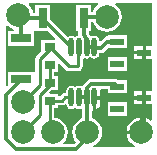
<source format=gtl>
%FSLAX25Y25*%
%MOIN*%
G70*
G01*
G75*
G04 Layer_Physical_Order=1*
G04 Layer_Color=255*
%ADD10R,0.04528X0.02362*%
%ADD11R,0.02953X0.06693*%
%ADD12O,0.01772X0.06299*%
%ADD13R,0.03543X0.02756*%
%ADD14R,0.06693X0.02953*%
%ADD15C,0.01400*%
%ADD16C,0.01000*%
%ADD17C,0.07874*%
G36*
X2479Y42979D02*
X3510Y42188D01*
X4547Y41758D01*
X4449Y41268D01*
X2654D01*
Y36315D01*
X11347D01*
Y41153D01*
X11732D01*
Y41154D01*
X15923D01*
X18284Y38793D01*
X18092Y38331D01*
X13728D01*
Y34709D01*
X12147Y33128D01*
X11815Y32632D01*
X11699Y32046D01*
Y27685D01*
X11346D01*
Y27685D01*
X2654D01*
Y23256D01*
X2238Y22978D01*
X2000Y23076D01*
Y42825D01*
X2473Y42986D01*
X2479Y42979D01*
D02*
G37*
G36*
X21673Y16922D02*
X22124Y16470D01*
X22168Y16251D01*
X22518Y15727D01*
X23043Y15376D01*
X23661Y15253D01*
X24280Y15376D01*
X24805Y15727D01*
X25077D01*
X25602Y15376D01*
X26221Y15253D01*
X26839Y15376D01*
X27267Y15148D01*
Y12126D01*
X26510Y11812D01*
X25479Y11021D01*
X24688Y9990D01*
X24190Y8789D01*
X24020Y7500D01*
X24190Y6211D01*
X24688Y5010D01*
X25185Y4362D01*
X24419Y3596D01*
X21293D01*
X21072Y4045D01*
X21813Y5010D01*
X22310Y6211D01*
X22480Y7500D01*
X22310Y8789D01*
X21813Y9990D01*
X21021Y11021D01*
X19990Y11812D01*
X18789Y12310D01*
X18029Y12410D01*
Y15669D01*
X19272D01*
Y16518D01*
X20547D01*
X21133Y16634D01*
X21605Y16950D01*
X21673Y16922D01*
D02*
G37*
G36*
X50500Y36181D02*
X48429D01*
Y34000D01*
Y31819D01*
X50500D01*
Y21181D01*
X48429D01*
Y19000D01*
Y16819D01*
X50500D01*
Y11603D01*
X50052Y11381D01*
X49490Y11812D01*
X48289Y12310D01*
X47500Y12414D01*
Y7500D01*
X47000D01*
Y7000D01*
X42086D01*
X42190Y6211D01*
X42687Y5010D01*
X43479Y3979D01*
X44510Y3187D01*
X44986Y2990D01*
X44889Y2500D01*
X31111D01*
X31014Y2990D01*
X31490Y3187D01*
X32521Y3979D01*
X33312Y5010D01*
X33810Y6211D01*
X33980Y7500D01*
X33810Y8789D01*
X33312Y9990D01*
X32521Y11021D01*
X31490Y11812D01*
X30733Y12126D01*
Y14674D01*
X30839Y14760D01*
Y19134D01*
X31339D01*
Y19634D01*
X33261D01*
Y21398D01*
X33228Y21564D01*
X33546Y21950D01*
X35807D01*
Y20559D01*
X42335D01*
Y24921D01*
X39335D01*
X38791Y25285D01*
X38128Y25417D01*
X30392D01*
X30392Y25417D01*
X29728Y25285D01*
X29166Y24909D01*
X27827Y23570D01*
X27451Y23008D01*
X27447Y22985D01*
X26985Y22794D01*
X26839Y22892D01*
X26221Y23015D01*
X25602Y22892D01*
X25077Y22541D01*
X24805D01*
X24280Y22892D01*
X23661Y23015D01*
X23043Y22892D01*
X22518Y22541D01*
X22168Y22016D01*
X22045Y21398D01*
Y20663D01*
X21634D01*
X21049Y20547D01*
X20552Y20215D01*
X19914Y19577D01*
X19272D01*
Y20425D01*
X16423D01*
X16232Y20887D01*
X16919Y21575D01*
X19272D01*
Y26331D01*
X18029D01*
Y27669D01*
X19272D01*
Y30365D01*
X19734Y30556D01*
X21871Y28419D01*
X21871D01*
X21871Y28418D01*
X21871Y28418D01*
Y28418D01*
X22367Y28087D01*
X22953Y27971D01*
X26000D01*
X26585Y28087D01*
X27081Y28419D01*
X27413Y28915D01*
X27529Y29500D01*
Y32000D01*
X27970Y32236D01*
X28161Y32109D01*
X28780Y31986D01*
X29398Y32109D01*
X29923Y32459D01*
X30195D01*
X30720Y32109D01*
X31339Y31986D01*
X31957Y32109D01*
X32482Y32459D01*
X32832Y32984D01*
X32956Y33602D01*
Y33767D01*
X33500D01*
X34163Y33899D01*
X34726Y34274D01*
X36010Y35559D01*
X42335D01*
Y39921D01*
X35807D01*
Y39474D01*
X35740D01*
X35077Y39342D01*
X34514Y38966D01*
X34514Y38966D01*
X33417Y37869D01*
X32956Y38060D01*
Y38130D01*
X32832Y38749D01*
X32482Y39273D01*
X31957Y39624D01*
X31339Y39747D01*
X30720Y39624D01*
X30574Y39526D01*
X30112Y39718D01*
X30108Y39740D01*
X29732Y40302D01*
X29525Y40510D01*
Y41154D01*
X30268D01*
Y44267D01*
X30874D01*
X31187Y43510D01*
X31979Y42479D01*
X33010Y41688D01*
X34211Y41190D01*
X35500Y41020D01*
X36789Y41190D01*
X37990Y41688D01*
X39021Y42479D01*
X39812Y43510D01*
X40310Y44711D01*
X40480Y46000D01*
X40310Y47289D01*
X39812Y48490D01*
X39021Y49521D01*
X38363Y50027D01*
X38523Y50500D01*
X50500D01*
Y36181D01*
D02*
G37*
G36*
X32638Y50027D02*
X31979Y49521D01*
X31187Y48490D01*
X30874Y47733D01*
X30268D01*
Y49846D01*
X25315D01*
Y41154D01*
X26058D01*
Y39792D01*
X26073Y39717D01*
X25602Y39624D01*
X25077Y39273D01*
X24805D01*
X24280Y39624D01*
X23661Y39747D01*
X23043Y39624D01*
X22630Y39348D01*
X16685Y45294D01*
Y49846D01*
X11732D01*
Y47233D01*
X10883D01*
X10810Y47789D01*
X10312Y48990D01*
X9521Y50021D01*
X9514Y50027D01*
X9675Y50500D01*
X32477D01*
X32638Y50027D01*
D02*
G37*
%LPC*%
G36*
X33261Y18634D02*
X31839D01*
Y15047D01*
X32074Y15094D01*
X32698Y15510D01*
X33115Y16134D01*
X33261Y16870D01*
Y18634D01*
D02*
G37*
G36*
X46500Y12414D02*
X45711Y12310D01*
X44510Y11812D01*
X43479Y11021D01*
X42687Y9990D01*
X42190Y8789D01*
X42086Y8000D01*
X46500D01*
Y12414D01*
D02*
G37*
G36*
X42335Y17441D02*
X35807D01*
Y13079D01*
X42335D01*
Y17441D01*
D02*
G37*
G36*
X47429Y18500D02*
X44665D01*
Y16819D01*
X47429D01*
Y18500D01*
D02*
G37*
G36*
Y33500D02*
X44665D01*
Y31819D01*
X47429D01*
Y33500D01*
D02*
G37*
G36*
Y36181D02*
X44665D01*
Y34500D01*
X47429D01*
Y36181D01*
D02*
G37*
G36*
Y21181D02*
X44665D01*
Y19500D01*
X47429D01*
Y21181D01*
D02*
G37*
G36*
X42335Y32441D02*
X35807D01*
Y28079D01*
X42335D01*
Y32441D01*
D02*
G37*
%LPD*%
D10*
X39071Y37740D02*
D03*
Y30260D02*
D03*
X47929Y34000D02*
D03*
X39071Y22740D02*
D03*
Y15260D02*
D03*
X47929Y19000D02*
D03*
D11*
X27791Y45500D02*
D03*
X14209D02*
D03*
D12*
X23661Y19134D02*
D03*
X26221D02*
D03*
X28780D02*
D03*
X31339D02*
D03*
X23661Y35866D02*
D03*
X26221D02*
D03*
X28780D02*
D03*
X31339D02*
D03*
D13*
X16500Y30047D02*
D03*
Y35953D02*
D03*
X16500Y23953D02*
D03*
Y18047D02*
D03*
D14*
X7000Y25209D02*
D03*
Y38791D02*
D03*
D15*
X7237Y25209D02*
X7500D01*
X1863Y19835D02*
X7237Y25209D01*
X1863Y5165D02*
Y19835D01*
Y5165D02*
X5165Y1863D01*
X25137D01*
X29000Y5726D01*
Y7500D01*
X28780Y19134D02*
X29000Y18913D01*
Y7500D02*
Y18913D01*
X38128Y23684D02*
X39071Y22740D01*
X30392Y23684D02*
X38128D01*
X29053Y22344D02*
X30392Y23684D01*
X29053Y19407D02*
Y22344D01*
X28780Y19134D02*
X29053Y19407D01*
X31472Y19000D02*
X47929D01*
Y8429D02*
Y19000D01*
Y34000D01*
X27791Y46000D02*
X35500D01*
X27791Y39792D02*
Y45500D01*
Y39792D02*
X28506Y39077D01*
Y36139D02*
Y39077D01*
Y36139D02*
X28780Y35866D01*
X31339D01*
X35740Y37740D02*
X39071D01*
X33500Y35500D02*
X35740Y37740D01*
X31705Y35500D02*
X33500D01*
X31339Y35866D02*
X31705Y35500D01*
X14209Y45319D02*
X23661Y35866D01*
X14209Y45319D02*
Y45500D01*
X7000Y39291D02*
Y45500D01*
X26221Y19134D02*
X28780D01*
X7000Y45500D02*
X14209D01*
D16*
X31339Y19134D02*
X31472Y19000D01*
X47000Y7500D02*
X47929Y8429D01*
X16500Y23953D02*
Y30047D01*
X16500Y23953D02*
X16500Y23953D01*
X16500Y23318D02*
Y23953D01*
X13228Y20046D02*
X16500Y23318D01*
X13228Y13228D02*
Y20046D01*
X7500Y7500D02*
X13228Y13228D01*
X16500Y8500D02*
Y18047D01*
Y8500D02*
X17500Y7500D01*
X21634Y19134D02*
X23661D01*
X20547Y18047D02*
X21634Y19134D01*
X16500Y18047D02*
X20547D01*
X16500Y35953D02*
X22953Y29500D01*
X26000D01*
Y35646D01*
X26221Y35866D01*
X16500Y35318D02*
Y35953D01*
X13228Y32046D02*
X16500Y35318D01*
X13228Y23228D02*
Y32046D01*
X7500Y17500D02*
X13228Y23228D01*
D17*
X17500Y7500D02*
D03*
X29000D02*
D03*
X6000Y46500D02*
D03*
X47000Y7500D02*
D03*
X35500Y46000D02*
D03*
X7500Y17500D02*
D03*
Y7500D02*
D03*
M02*

</source>
